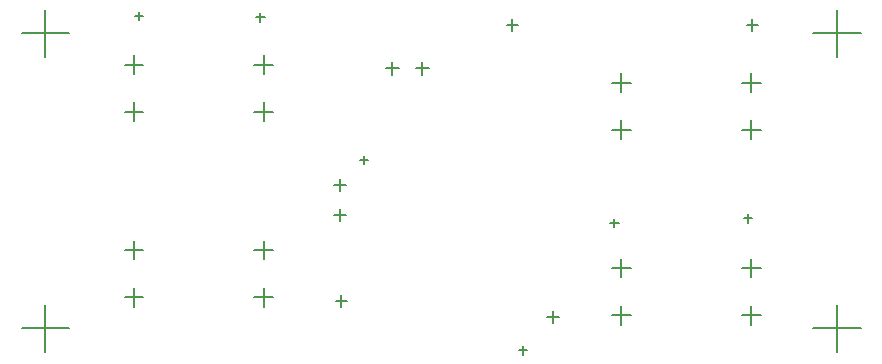
<source format=gbr>
G04*
G04 #@! TF.GenerationSoftware,Altium Limited,Altium Designer,23.0.1 (38)*
G04*
G04 Layer_Color=128*
%FSLAX25Y25*%
%MOIN*%
G70*
G04*
G04 #@! TF.SameCoordinates,E18D91D4-50B4-47E9-96DD-EFB38571A0BB*
G04*
G04*
G04 #@! TF.FilePolarity,Positive*
G04*
G01*
G75*
%ADD37C,0.00500*%
D37*
X38197Y84031D02*
X44496D01*
X41346Y80882D02*
Y87181D01*
X81504Y22220D02*
X87803D01*
X84654Y19071D02*
Y25370D01*
X81504Y99779D02*
X87803D01*
X84654Y96630D02*
Y102929D01*
X81504Y37969D02*
X87803D01*
X84654Y34819D02*
Y41118D01*
X38197Y99779D02*
X44496D01*
X41346Y96630D02*
Y102929D01*
X81504Y84031D02*
X87803D01*
X84654Y80882D02*
Y87181D01*
X38197Y22220D02*
X44496D01*
X41346Y19071D02*
Y25370D01*
X38197Y37969D02*
X44496D01*
X41346Y34819D02*
Y41118D01*
X267843Y11811D02*
X283591D01*
X275716Y3937D02*
Y19685D01*
X267843Y110236D02*
X283591D01*
X275716Y102362D02*
Y118110D01*
X3937Y110236D02*
X19685D01*
X11811Y102362D02*
Y118110D01*
X3937Y11811D02*
X19685D01*
X11811Y3937D02*
Y19685D01*
X125335Y98500D02*
X129665D01*
X127500Y96335D02*
Y100665D01*
X135335Y98500D02*
X139665D01*
X137500Y96335D02*
Y100665D01*
X179032Y15500D02*
X182968D01*
X181000Y13532D02*
Y17469D01*
X245532Y113000D02*
X249468D01*
X247500Y111031D02*
Y114969D01*
X165532Y113000D02*
X169468D01*
X167500Y111031D02*
Y114969D01*
X108531Y21000D02*
X112469D01*
X110500Y19031D02*
Y22968D01*
X244004Y78031D02*
X250303D01*
X247153Y74882D02*
Y81181D01*
X244004Y93779D02*
X250303D01*
X247153Y90630D02*
Y96929D01*
X200697Y31969D02*
X206996D01*
X203847Y28819D02*
Y35118D01*
X244004Y16220D02*
X250303D01*
X247153Y13071D02*
Y19370D01*
X200697Y78031D02*
X206996D01*
X203847Y74882D02*
Y81181D01*
X200697Y16220D02*
X206996D01*
X203847Y13071D02*
Y19370D01*
X200697Y93779D02*
X206996D01*
X203847Y90630D02*
Y96929D01*
X244004Y31969D02*
X250303D01*
X247153Y28819D02*
Y35118D01*
X107992Y49500D02*
X112008D01*
X110000Y47492D02*
Y51508D01*
X107992Y59500D02*
X112008D01*
X110000Y57492D02*
Y61508D01*
X244600Y48500D02*
X247400D01*
X246000Y47100D02*
Y49900D01*
X200100Y47000D02*
X202900D01*
X201500Y45600D02*
Y48400D01*
X169600Y4500D02*
X172400D01*
X171000Y3100D02*
Y5900D01*
X82100Y115500D02*
X84900D01*
X83500Y114100D02*
Y116900D01*
X41600Y116000D02*
X44400D01*
X43000Y114600D02*
Y117400D01*
X116600Y68000D02*
X119400D01*
X118000Y66600D02*
Y69400D01*
M02*

</source>
